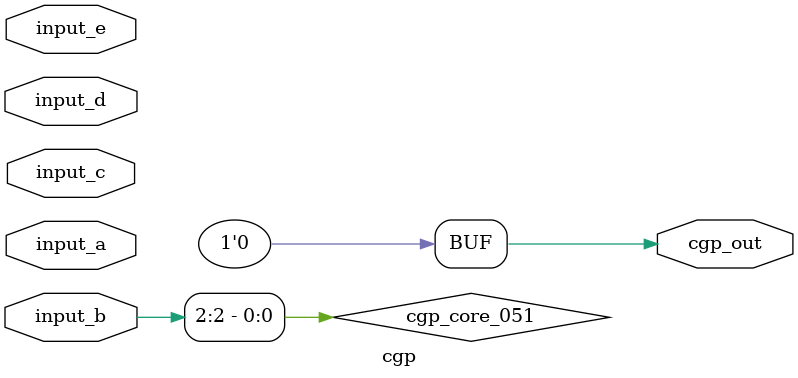
<source format=v>
module cgp(input [2:0] input_a, input [2:0] input_b, input [2:0] input_c, input [2:0] input_d, input [2:0] input_e, output [0:0] cgp_out);
  wire cgp_core_017;
  wire cgp_core_018;
  wire cgp_core_019;
  wire cgp_core_021;
  wire cgp_core_026;
  wire cgp_core_028;
  wire cgp_core_029;
  wire cgp_core_031;
  wire cgp_core_032;
  wire cgp_core_034;
  wire cgp_core_035;
  wire cgp_core_037;
  wire cgp_core_038;
  wire cgp_core_039;
  wire cgp_core_040;
  wire cgp_core_042;
  wire cgp_core_045_not;
  wire cgp_core_049;
  wire cgp_core_050;
  wire cgp_core_051;
  wire cgp_core_052;
  wire cgp_core_053;
  wire cgp_core_054;
  wire cgp_core_055;
  wire cgp_core_056;
  wire cgp_core_057;
  wire cgp_core_058;
  wire cgp_core_060;
  wire cgp_core_061;
  wire cgp_core_063;
  wire cgp_core_064;
  wire cgp_core_066;
  wire cgp_core_068;
  wire cgp_core_069;
  wire cgp_core_071;
  wire cgp_core_073;

  assign cgp_core_017 = input_b[0] ^ input_b[2];
  assign cgp_core_018 = input_c[1] & input_c[0];
  assign cgp_core_019 = input_b[0] ^ input_c[2];
  assign cgp_core_021 = cgp_core_019 ^ input_c[2];
  assign cgp_core_026 = ~input_b[2];
  assign cgp_core_028 = input_a[1] | input_b[2];
  assign cgp_core_029 = input_a[2] ^ input_e[0];
  assign cgp_core_031 = input_d[1] ^ input_e[1];
  assign cgp_core_032 = input_d[1] & input_e[1];
  assign cgp_core_034 = cgp_core_031 & input_d[0];
  assign cgp_core_035 = input_a[0] | input_b[1];
  assign cgp_core_037 = input_d[2] & input_e[2];
  assign cgp_core_038 = input_d[2] ^ input_c[1];
  assign cgp_core_039 = input_d[2] & cgp_core_035;
  assign cgp_core_040 = cgp_core_037 | input_a[2];
  assign cgp_core_042 = ~(cgp_core_017 | cgp_core_029);
  assign cgp_core_045_not = ~cgp_core_042;
  assign cgp_core_049 = cgp_core_026 & cgp_core_038;
  assign cgp_core_050 = cgp_core_026 ^ input_a[2];
  assign cgp_core_051 = ~cgp_core_026;
  assign cgp_core_052 = input_d[2] | cgp_core_051;
  assign cgp_core_053 = cgp_core_028 ^ cgp_core_040;
  assign cgp_core_054 = cgp_core_028 & cgp_core_040;
  assign cgp_core_055 = cgp_core_053 ^ cgp_core_052;
  assign cgp_core_056 = cgp_core_053 & cgp_core_052;
  assign cgp_core_057 = cgp_core_054 | cgp_core_056;
  assign cgp_core_058 = ~input_a[1];
  assign cgp_core_060 = ~cgp_core_055;
  assign cgp_core_061 = ~cgp_core_055;
  assign cgp_core_063 = ~cgp_core_050;
  assign cgp_core_064 = input_a[2] & input_b[0];
  assign cgp_core_066 = ~(input_a[2] ^ cgp_core_050);
  assign cgp_core_068 = cgp_core_045_not & cgp_core_045_not;
  assign cgp_core_069 = input_d[1] | input_e[1];
  assign cgp_core_071 = ~(input_a[1] ^ cgp_core_045_not);
  assign cgp_core_073 = ~input_e[2];

  assign cgp_out[0] = 1'b0;
endmodule
</source>
